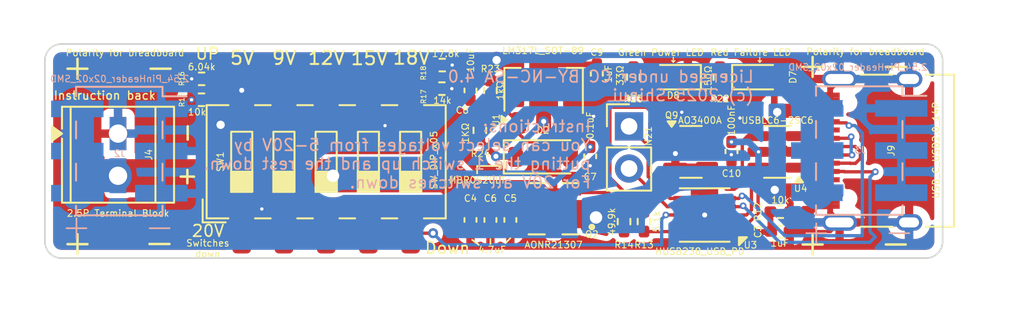
<source format=kicad_pcb>
(kicad_pcb (version 20241229) (generator "pcbnew") (generator_version "9.0")
  (layers (0 "F.Cu" signal) (2 "B.Cu" signal) (13 "F.Paste" user) (15 "B.Paste" user) (5 "F.SilkS" user "F.Silkscreen") (7 "B.SilkS" user "B.Silkscreen") (1 "F.Mask" user) (3 "B.Mask" user) (25 "Edge.Cuts" user))
  (net 0 "")
  (net 1 "GND")
  (net 2 "Net-(U3-VIN)")
  (net 3 "VCC")
  (net 4 "Net-(D7-K)")
  (net 5 "Net-(D7-A)")
  (net 6 "Net-(D8-A)")
  (net 7 "Net-(J9-CC2)")
  (net 8 "Net-(J9-D--PadA7)")
  (net 9 "Net-(J9-D+-PadA6)")
  (net 10 "Net-(J9-CC1)")
  (net 11 "Net-(Q9-G)")
  (net 12 "Net-(U3-Gate)")
  (net 13 "Net-(R15-Pad2)")
  (net 14 "Net-(R16-Pad2)")
  (net 15 "Net-(R17-Pad2)")
  (net 16 "Net-(R18-Pad2)")
  (net 17 "Net-(U3-VSET)")
  (net 18 "SCL 1")
  (net 19 "SDA 1")
  (net 20 "/USB_M")
  (net 21 "/USB_P")
  (net 23 "Net-(D2-A)")
  (net 24 "Net-(D2-K)")
  (net 25 "Net-(Q9-D)")
  (footprint "Resistor_SMD:R_0402_1005Metric_Pad0.72x0.64mm_HandSolder" (layer "F.Cu") (at 166.8 110.2 90)
    (property "Reference" "R23")
    (property "Value" "1kΩ")
  )
  (footprint "LED_SMD:LED_0603_1608Metric_Pad1.05x0.95mm_HandSolder" (layer "F.Cu") (at 183 109.4)
    (property "Reference" "D7")
    (property "Value" "Red Failure LED")
  )
  (footprint "Resistor_SMD:R_0402_1005Metric_Pad0.72x0.64mm_HandSolder" (layer "F.Cu") (at 174.8375 118.1 -90)
    (property "Reference" "R14")
    (property "Value" "49.9k")
  )
  (footprint "TerminalBlock_TE-Connectivity:TerminalBlock_TE_282834-2_1x02_P2.54mm_Horizontal" (layer "F.Cu") (at 144.4 112.8 -90)
    (property "Reference" "J4")
    (property "Value" "2.5P Terminal Block")
  )
  (footprint "Resistor_SMD:R_0402_1005Metric_Pad0.72x0.64mm_HandSolder" (layer "F.Cu") (at 166.1625 112.6025 90)
    (property "Reference" "R24")
    (property "Value" "1KΩ")
  )
  (footprint "Package_TO_SOT_SMD:SOT-23-6" (layer "F.Cu") (at 184.0625 113.9 180)
    (property "Reference" "U4")
    (property "Value" "USBLC6-2SC6")
  )
  (footprint "LED_SMD:LED_0603_1608Metric_Pad1.05x0.95mm_HandSolder" (layer "F.Cu") (at 177.8 109.4 180)
    (property "Reference" "D8")
    (property "Value" "Green Power LED")
  )
  (footprint "Package_TO_SOT_SMD:SOT-89-3" (layer "F.Cu") (at 170 110.2 90)
    (property "Reference" "U1")
    (property "Value" "LM317L_SOT-89")
  )
  (footprint "Capacitor_SMD:C_0402_1005Metric_Pad0.74x0.62mm_HandSolder" (layer "F.Cu") (at 165.6 110.2 90)
    (property "Reference" "C8")
    (property "Value" "10uF")
  )
  (footprint "Capacitor_SMD:C_0402_1005Metric_Pad0.74x0.62mm_HandSolder" (layer "F.Cu") (at 165.6 117.9975 90)
    (property "Reference" "C4")
    (property "Value" "Cap_4.7uF" (hide yes))
  )
  (footprint "Resistor_SMD:R_0402_1005Metric_Pad0.72x0.64mm_HandSolder" (layer "F.Cu") (at 180.6 109.3975 -90)
    (property "Reference" "R22")
    (property "Value" "150Ω")
  )
  (footprint "Capacitor_SMD:C_0402_1005Metric_Pad0.74x0.62mm_HandSolder" (layer "F.Cu") (at 181.3 113.8675 90)
    (property "Reference" "C10")
    (property "Value" "100nF")
  )
  (footprint "Package_DFN_QFN:DFN-10-1EP_3x3mm_P0.5mm_EP1.55x2.48mm" (layer "F.Cu") (at 179.6875 117.7025 180)
    (property "Reference" "U3")
    (property "Value" "HUSB238_USB_PD")
  )
  (footprint "Capacitor_SMD:C_0402_1005Metric_Pad0.74x0.62mm_HandSolder" (layer "F.Cu") (at 166.8 118.0025 90)
    (property "Reference" "C6")
    (property "Value" "Cap_4.7uF" (hide yes))
  )
  (footprint "Connector_USB:USB_C_Receptacle_XKB_U262-16XN-4BVC11" (layer "F.Cu") (at 190.905 113.83 90)
    (property "Reference" "J9")
    (property "Value" "USB_C_USB2.0_14P")
  )
  (footprint "Resistor_SMD:R_0402_1005Metric_Pad0.72x0.64mm_HandSolder" (layer "F.Cu") (at 149.4275 109.5)
    (property "Reference" "R16")
    (property "Value" "6.04k")
  )
  (footprint "Capacitor_SMD:C_0402_1005Metric_Pad0.74x0.62mm_HandSolder" (layer "F.Cu") (at 184.2375 118.7025 180)
    (property "Reference" "C3")
    (property "Value" "1uF")
  )
  (footprint "Capacitor_SMD:C_0402_1005Metric_Pad0.74x0.62mm_HandSolder" (layer "F.Cu") (at 168 118 90)
    (property "Reference" "C5")
    (property "Value" "4.7uF")
  )
  (footprint "Connector_PinHeader_2.54mm:PinHeader_1x02_P2.54mm_Vertical" (layer "F.Cu") (at 175.1375 112.3625)
    (property "Reference" "N21")
    (property "Value" "Conn_01x02_Pin")
  )
  (footprint "Capacitor_SMD:C_0402_1005Metric_Pad0.74x0.62mm_HandSolder" (layer "F.Cu") (at 172.8 114.1675 90)
    (property "Reference" "C7")
    (property "Value" "0.1uF")
  )
  (footprint "Resistor_SMD:R_0402_1005Metric_Pad0.72x0.64mm_HandSolder" (layer "F.Cu") (at 176.0375 118.1 90)
    (property "Reference" "R13")
    (property "Value" "5.1k")
  )
  (footprint "Button_Switch_SMD:SW_DIP_SPSTx05_Slide_6.7x14.26mm_W8.61mm_P2.54mm_LowProfile" (layer "F.Cu") (at 156.92 114.495 90)
    (property "Reference" "SW1")
    (property "Value" "SW_DIP_x05")
  )
  (footprint "Resistor_SMD:R_0402_1005Metric_Pad0.72x0.64mm_HandSolder" (layer "F.Cu") (at 175.4 109.3975 90)
    (property "Reference" "R25")
    (property "Value" "33Ω")
  )
  (footprint "Diode_SMD:D_SOD-123" (layer "F.Cu") (at 169.9625 114.2)
    (property "Reference" "D2")
    (property "Value" "MBR0520LT")
  )
  (footprint "Package_TO_SOT_SMD:SOT-23" (layer "F.Cu") (at 178.8625 113.9)
    (property "Reference" "Q9")
    (property "Value" "AO3400A")
  )
  (footprint "Capacitor_SMD:C_0402_1005Metric_Pad0.74x0.62mm_HandSolder" (layer "F.Cu") (at 173.2 109.1975 -90)
    (property "Reference" "C9")
    (property "Value" "1uF")
  )
  (footprint "Resistor_SMD:R_0402_1005Metric_Pad0.72x0.64mm_HandSolder" (layer "F.Cu") (at 149.42 110.76)
    (property "Reference" "R15")
    (property "Value" "10k")
  )
  (footprint "AONR21307:TRANS_AONR21307" (layer "F.Cu") (at 170.6 117.325 180)
    (property "Reference" "Q2")
    (property "Value" "AONR21307")
  )
  (footprint "Resistor_SMD:R_0402_1005Metric_Pad0.72x0.64mm_HandSolder" (layer "F.Cu") (at 184.24 117.5025)
    (property "Reference" "R12")
    (property "Value" "10k")
  )
  (footprint "Resistor_SMD:R_0402_1005Metric_Pad0.72x0.64mm_HandSolder" (layer "F.Cu") (at 163.9025 108.67 180)
    (property "Reference" "R18")
    (property "Value" "17.8k")
  )
  (footprint "Resistor_SMD:R_0402_1005Metric_Pad0.72x0.64mm_HandSolder" (layer "F.Cu") (at 163.88 110.09 180)
    (property "Reference" "R17")
    (property "Value" "14k")
  )
  (footprint "Connector_PinHeader_2.54mm:PinHeader_2x03_P2.54mm_Vertical_SMD" (layer "B.Cu") (at 188.985 113.82 180)
    (property "Reference" "J3")
    (property "Value" "2.54_PinHeader_02x02_SMD")
  )
  (footprint "Connector_PinHeader_2.54mm:PinHeader_2x03_P2.54mm_Vertical_SMD" (layer "B.Cu") (at 144.475 113.85 180)
    (property "Reference" "J2")
    (property "Value" "2.54_PinHeader_02x02_SMD")
  )
  (gr_line (start 177.8 108.5) (end 177.7 108.4) (stroke (width 0.07)) (layer "F.SilkS"))
  (gr_line (start 148.17 115.39) (end 148.97 115.39) (stroke (width 0.15)) (layer "F.SilkS"))
  (gr_line (start 166.1 119.5) (end 165.7 119.2) (stroke (width 0.1)) (layer "F.SilkS"))
  (gr_line (start 166 115.2) (end 166 114.75) (stroke (width 0.1)) (layer "F.SilkS"))
  (gr_line (start 146.29 119.45) (end 147.49 119.45) (stroke (width 0.15)) (layer "F.SilkS"))
  (gr_line (start 167.4 114.75) (end 167.3 114.6) (stroke (width 0.1)) (layer "F.SilkS"))
  (gr_line (start 141.96 118.86) (end 141.96 120.06) (stroke (width 0.15)) (layer "F.SilkS"))
  (gr_line (start 183 108.5) (end 182.9 108.4) (stroke (width 0.07)) (layer "F.SilkS"))
  (gr_line (start 167.4 114.75) (end 167.3 114.9) (stroke (width 0.1)) (layer "F.SilkS"))
  (gr_line (start 185.58 108.78) (end 186.78 108.78) (stroke (width 0.15)) (layer "F.SilkS"))
  (gr_line (start 190.58 108.78) (end 191.78 108.78) (stroke (width 0.15)) (layer "F.SilkS"))
  (gr_line (start 148.59 112.36) (end 148.59 113.16) (stroke (width 0.15)) (layer "F.SilkS"))
  (gr_line (start 177.8 108.5) (end 177.9 108.4) (stroke (width 0.07)) (layer "F.SilkS"))
  (gr_line (start 166.8 119.45) (end 166.8 119.15) (stroke (width 0.1)) (layer "F.SilkS"))
  (gr_line (start 186.18 118.88) (end 186.18 120.08) (stroke (width 0.15)) (layer "F.SilkS"))
  (gr_line (start 148.57 114.99) (end 148.57 115.79) (stroke (width 0.15)) (layer "F.SilkS"))
  (gr_line (start 183 108.2) (end 183 108.5) (stroke (width 0.07)) (layer "F.SilkS"))
  (gr_line (start 166 114.75) (end 167.4 114.75) (stroke (width 0.1)) (layer "F.SilkS"))
  (gr_line (start 177.8 108.2) (end 177.8 108.5) (stroke (width 0.07)) (layer "F.SilkS"))
  (gr_line (start 190.58 119.48) (end 191.78 119.48) (stroke (width 0.15)) (layer "F.SilkS"))
  (gr_line (start 185.58 119.48) (end 186.78 119.48) (stroke (width 0.15)) (layer "F.SilkS"))
  (gr_line (start 141.36 108.89) (end 142.56 108.89) (stroke (width 0.15)) (layer "F.SilkS"))
  (gr_line (start 183 108.5) (end 183.1 108.4) (stroke (width 0.07)) (layer "F.SilkS"))
  (gr_line (start 141.96 108.29) (end 141.96 109.49) (stroke (width 0.15)) (layer "F.SilkS"))
  (gr_line (start 141.36 119.46) (end 142.56 119.46) (stroke (width 0.15)) (layer "F.SilkS"))
  (gr_line (start 146.36 108.89) (end 147.56 108.89) (stroke (width 0.15)) (layer "F.SilkS"))
  (gr_line (start 186.18 108.18) (end 186.18 109.38) (stroke (width 0.15)) (layer "F.SilkS"))
  (gr_line (start 167.7 119.4) (end 168 119.1) (stroke (width 0.1)) (layer "F.SilkS"))
  (gr_line (start 190.8 118.8) (end 192 118.8) (stroke (width 0.1)) (layer "B.SilkS"))
  (gr_line (start 141.9 117.9) (end 141.9 119.1) (stroke (width 0.1)) (layer "B.SilkS"))
  (gr_line (start 185.8 118.8) (end 187 118.8) (stroke (width 0.1)) (layer "B.SilkS"))
  (gr_line (start 141.3 118.5) (end 142.5 118.5) (stroke (width 0.1)) (layer "B.SilkS"))
  (gr_line (start 146.3 118.5) (end 147.5 118.5) (stroke (width 0.1)) (layer "B.SilkS"))
  (gr_line (start 186.4 118.2) (end 186.4 119.4) (stroke (width 0.1)) (layer "B.SilkS"))
  (gr_line (start 193 120.3) (end 141 120.3) (stroke (width 0.1)) (layer "Edge.Cuts"))
  (gr_line (start 140 119.3) (end 140.000085 108.4) (stroke (width 0.1)) (layer "Edge.Cuts"))
  (gr_arc (start 193 107.4) (mid 193.707089 107.692896) (end 194 108.4) (stroke (width 0.1)) (layer "Edge.Cuts"))
  (gr_arc (start 141 120.3) (mid 140.292911 120.007104) (end 140 119.3) (stroke (width 0.1)) (layer "Edge.Cuts"))
  (gr_line (start 141 107.4) (end 192.996822 107.4) (stroke (width 0.1)) (layer "Edge.Cuts"))
  (gr_arc (start 194 119.3) (mid 193.707124 120.007139) (end 193 120.3) (stroke (width 0.1)) (layer "Edge.Cuts"))
  (gr_line (start 194 108.4) (end 194 119.3) (stroke (width 0.1)) (layer "Edge.Cuts"))
  (gr_arc (start 140.000084 108.4) (mid 140.29296 107.692861) (end 141.000084 107.4) (stroke (width 0.1)) (layer "Edge.Cuts"))
  (gr_text "9V" (at 154.4 108.24 0) (layer "F.SilkS") (effects (font (size 0.8 0.8) (thickness 0.12))))
  (gr_text "UP" (at 149 108.4 0) (layer "F.SilkS") (effects (font (size 0.7 0.7) (thickness 0.1)) (justify left bottom)))
  (gr_text "5V" (at 151.87 108.24 0) (layer "F.SilkS") (effects (font (size 0.8 0.8) (thickness 0.12))))
  (gr_text "Polarity for breadboard" (at 144.82 107.93 0) (layer "F.SilkS") (effects (font (size 0.4 0.4) (thickness 0.06))))
  (gr_text "18V" (at 162.05 108.23 0) (layer "F.SilkS") (effects (font (size 0.8 0.8) (thickness 0.12))))
  (gr_text "Polarity for breadboard" (at 189.36 107.86 0) (layer "F.SilkS") (effects (font (size 0.4 0.4) (thickness 0.06))))
  (gr_text "15V" (at 159.52 108.26 0) (layer "F.SilkS") (effects (font (size 0.8 0.8) (thickness 0.12))))
  (gr_text "20V" (at 148.78 119.07 0) (layer "F.SilkS") (effects (font (size 0.7 0.7) (thickness 0.1)) (justify left bottom)))
  (gr_text "Switches\ndown\n" (at 149.8 119.72 0) (layer "F.SilkS") (effects (font (size 0.4 0.4) (thickness 0.06))))
  (gr_text "Down" (at 162.8 120.1 0) (layer "F.SilkS") (effects (font (size 0.7 0.7) (thickness 0.1)) (justify left bottom)))
  (gr_text "12V" (at 156.94 108.24 0) (layer "F.SilkS") (effects (font (size 0.8 0.8) (thickness 0.12))))
  (gr_text "Instruction back" (at 143.6 110.5 0) (layer "F.SilkS") (effects (font (size 0.5 0.5) (thickness 0.08))))
  (gr_text "Instructions:\nYou can select voltages from 5-20V by\nputting the 1 switch up and the rest down. \nFor 20V all switches down. \n" (at 172.9 116.15 0) (layer "B.SilkS") (effects (font (size 0.7 0.7) (thickness 0.1)) (justify left bottom mirror)))
  (gr_text "Licensed under CC BY-NC-SA 4.0\n(c) 2025 Shinui\n" (at 182.7 110.9 0) (layer "B.SilkS") (effects (font (size 0.7 0.7) (thickness 0.1)) (justify left bottom mirror)))
  (segment (start 185.2 113.9) (end 184.845532 113.9) (width 0.2) (layer "F.Cu") (net 1))
  (segment (start 183.139468 111.86) (end 181.81 111.86) (width 0.2) (layer "F.Cu") (net 1))
  (segment (start 181.3 114.076259) (end 181.291241 114.0675) (width 0.2) (layer "F.Cu") (net 1))
  (segment (start 177.925 114.000002) (end 177.925 114.85) (width 0.4) (layer "F.Cu") (net 1))
  (segment (start 184.2365 113.290968) (end 184.2365 112.957032) (width 0.2) (layer "F.Cu") (net 1))
  (segment (start 191.98 118.15) (end 187.8 118.15) (width 0.35) (layer "F.Cu") (net 1))
  (segment (start 186.4 117.2) (end 186 117.6) (width 0.35) (layer "F.Cu") (net 1))
  (segment (start 187.235 117.18) (end 187.235 116.906) (width 0.35) (layer "F.Cu") (net 1))
  (segment (start 187.235 110.48) (end 187.235 110.754) (width 0.35) (layer "F.Cu") (net 1))
  (segment (start 184.845532 113.9) (end 184.2365 113.290968) (width 0.2) (layer "F.Cu") (net 1))
  (segment (start 187.8 109.51) (end 191.98 109.51) (width 0.35) (layer "F.Cu") (net 1))
  (segment (start 186.08 110.48) (end 185.8 110.2) (width 0.35) (layer "F.Cu") (net 1))
  (segment (start 181.3 114.435) (end 181.3 114.076259) (width 0.2) (layer "F.Cu") (net 1))
  (segment (start 187.235 117.18) (end 187.235 117.585) (width 0.35) (layer "F.Cu") (net 1))
  (segment (start 187.235 110.075) (end 187.8 109.51) (width 0.35) (layer "F.Cu") (net 1))
  (segment (start 187.235 117.585) (end 187.8 118.15) (width 0.35) (layer "F.Cu") (net 1))
  (segment (start 187.235 110.48) (end 186.08 110.48) (width 0.35) (layer "F.Cu") (net 1))
  (segment (start 184.2365 112.957032) (end 183.139468 111.86) (width 0.2) (layer "F.Cu") (net 1))
  (segment (start 187.2475 118.7025) (end 187.8 118.15) (width 0.2) (layer "F.Cu") (net 1))
  (segment (start 187.235 117.18) (end 186.4 117.18) (width 0.35) (layer "F.Cu") (net 1))
  (segment (start 187.235 110.48) (end 187.235 110.075) (width 0.35) (layer "F.Cu") (net 1))
  (segment (start 186.4 117.18) (end 186.4 117.2) (width 0.35) (layer "F.Cu") (net 1))
  (segment (start 179.6875 117.7025) (end 179.6875 116.2725) (width 0.8) (layer "F.Cu") (net 1))
  (segment (start 184.805 118.7025) (end 187.2475 118.7025) (width 0.2) (layer "F.Cu") (net 1))
  (segment (start 179.6875 119.1625) (end 179.6875 117.7025) (width 0.8) (layer "F.Cu") (net 1))
  (segment (start 179.6875 116.2725) (end 179.69 116.27) (width 0.8) (layer "F.Cu") (net 1))
  (segment (start 179.6875 119.1625) (end 179.68 119.17) (width 0.8) (layer "F.Cu") (net 1))
  (via (at 164.5 108.67) (size 0.4) (drill 0.2) (layers "F.Cu" "B.Cu") (net 1))
  (via (at 164.4775 110.09) (size 0.4) (drill 0.2) (layers "F.Cu" "B.Cu") (net 1))
  (via (at 177.925 114.000002) (size 0.6) (drill 0.3) (layers "F.Cu" "B.Cu") (net 1))
  (via (at 181.291241 114.0675) (size 0.4) (drill 0.2) (layers "F.Cu" "B.Cu") (net 1))
  (via (at 173.01 111.76) (size 0.4) (drill 0.2) (layers "F.Cu" "B.Cu") (net 1))
  (via (at 153.05 117.34) (size 0.4) (drill 0.2) (layers "F.Cu" "B.Cu") (net 1))
  (via (at 148.8225 110.76) (size 0.4) (drill 0.2) (layers "F.Cu" "B.Cu") (net 1))
  (via (at 178.31 111.51) (size 0.4) (drill 0.2) (layers "F.Cu" "B.Cu") (net 1))
  (via (at 181.81 111.86) (size 0.4) (drill 0.2) (layers "F.Cu" "B.Cu") (net 1))
  (via (at 167.17 108.37) (size 1) (drill 0.5) (layers "F.Cu" "B.Cu") (net 1))
  (via (at 172.8 114.735) (size 0.4) (drill 0.2) (layers "F.Cu" "B.Cu") (net 1))
  (via (at 160.46 112.32) (size 0.4) (drill 0.2) (layers "F.Cu" "B.Cu") (net 1))
  (via (at 179.6875 117.7025) (size 0.6) (drill 0.3) (layers "F.Cu" "B.Cu") (net 1))
  (via (at 148.83 109.5) (size 0.4) (drill 0.2) (layers "F.Cu" "B.Cu") (net 1))
  (via (at 150.57 112.27) (size 1) (drill 0.5) (layers "F.Cu" "B.Cu") (net 1))
  (via (at 151.84 110.19) (size 0.6) (drill 0.3) (layers "F.Cu" "B.Cu") (net 1))
  (segment (start 191.51 111.28) (end 191.51 116.36) (width 0.4) (layer "B.Cu") (net 1))
  (segment (start 183.6425 117.5025) (end 183.6425 118.675) (width 0.35) (layer "F.Cu") (net 2))
  (segment (start 183.6425 118.675) (end 183.67 118.7025) (width 0.35) (layer "F.Cu") (net 2))
  (segment (start 183.67 118.7025) (end 183.644 118.7285) (width 0.35) (layer "F.Cu") (net 2))
  (segment (start 183.644 118.7285) (end 181.2375 118.7285) (width 0.35) (layer "F.Cu") (net 2))
  (segment (start 166.8 117.435) (end 166.8 116.65) (width 0.35) (layer "F.Cu") (net 3))
  (segment (start 166.8 116.65) (end 166.75 116.6) (width 0.35) (layer "F.Cu") (net 3))
  (segment (start 170.1 117.325) (end 169.375 116.6) (width 2) (layer "F.Cu") (net 3))
  (segment (start 169.375 116.6) (end 167.85 116.6) (width 2) (layer "F.Cu") (net 3))
  (segment (start 168 116.75) (end 167.85 116.6) (width 0.35) (layer "F.Cu") (net 3))
  (segment (start 157.33 115.34) (end 144.4 115.34) (width 2) (layer "F.Cu") (net 3))
  (segment (start 162.16 115.34) (end 157.33 115.34) (width 2) (layer "F.Cu") (net 3))
  (segment (start 165.6 116.7) (end 165.5 116.6) (width 0.35) (layer "F.Cu") (net 3))
  (segment (start 164.24 115.34) (end 162.16 115.34) (width 2) (layer "F.Cu") (net 3))
  (segment (start 167.85 116.6) (end 166.75 116.6) (width 2) (layer "F.Cu") (net 3))
  (segment (start 168 117.4325) (end 168 116.75) (width 0.35) (layer "F.Cu") (net 3))
  (segment (start 165.5 116.6) (end 164.24 115.34) (width 2) (layer "F.Cu") (net 3))
  (segment (start 172.8 113.6) (end 172.8 113.45) (width 0.35) (layer "F.Cu") (net 3))
  (segment (start 166.75 116.6) (end 165.5 116.6) (width 2) (layer "F.Cu") (net 3))
  (segment (start 165.6 117.43) (end 165.6 116.7) (width 0.35) (layer "F.Cu") (net 3))
  (segment (start 172.8 113.45) (end 171.5 112.15) (width 0.35) (layer "F.Cu") (net 3))
  (via (at 157.33 115.34) (size 1.5) (drill 0.75) (layers "F.Cu" "B.Cu") (net 3))
  (via (at 172.8 113.6) (size 0.4) (drill 0.2) (layers "F.Cu" "B.Cu") (net 3))
  (segment (start 173.23 109.55) (end 184.73 109.55) (width 2) (layer "B.Cu") (net 3))
  (segment (start 169.99 115.19) (end 163.65 115.19) (width 0.35) (layer "B.Cu") (net 3))
  (segment (start 157.33 115.34) (end 157.48 115.19) (width 2) (layer "B.Cu") (net 3))
  (segment (start 172.93 109.85) (end 173.23 109.55) (width 2) (layer "B.Cu") (net 3))
  (segment (start 141.95 111.31) (end 141.95 115.33) (width 2) (layer "B.Cu") (net 3))
  (segment (start 184.73 109.55) (end 186.46 111.28) (width 2) (layer "B.Cu") (net 3))
  (segment (start 170.6 115.8) (end 172.8 113.6) (width 0.35) (layer "B.Cu") (net 3))
  (segment (start 141.95 115.33) (end 141.95 116.39) (width 2) (layer "B.Cu") (net 3))
  (segment (start 141.95 115.33) (end 144.224 115.33) (width 2) (layer "B.Cu") (net 3))
  (segment (start 157.48 115.19) (end 163.65 115.19) (width 2) (layer "B.Cu") (net 3))
  (segment (start 144.224 115.33) (end 144.224 115.34) (width 2) (layer "B.Cu") (net 3))
  (segment (start 170.6 115.8) (end 169.99 115.19) (width 0.35) (layer "B.Cu") (net 3))
  (segment (start 163.65 115.19) (end 163.65 114.47) (width 2) (layer "B.Cu") (net 3))
  (segment (start 163.65 114.47) (end 168.27 109.85) (width 2) (layer "B.Cu") (net 3))
  (segment (start 168.27 109.85) (end 172.93 109.85) (width 2) (layer "B.Cu") (net 3))
  (segment (start 186.46 111.28) (end 186.46 116.36) (width 2) (layer "B.Cu") (net 3))
  (segment (start 180.6 108.8) (end 181.525 108.8) (width 0.4) (layer "F.Cu") (net 4))
  (segment (start 181.525 108.8) (end 182.125 109.4) (width 0.4) (layer "F.Cu") (net 4))
  (segment (start 183.9 116.19) (end 184.025 116.19) (width 0.4) (layer "F.Cu") (net 5))
  (segment (start 173.99 117.85) (end 174.8375 118.6975) (width 0.4) (layer "F.Cu") (net 5))
  (segment (start 172 118.3) (end 172.7 118.3) (width 0.4) (layer "F.Cu") (net 5))
  (segment (start 172.3 117) (end 173.15 117.85) (width 0.4) (layer "F.Cu") (net 5))
  (segment (start 184.8375 117.0025) (end 184.8375 117.5025) (width 0.4) (layer "F.Cu") (net 5))
  (segment (start 184.025 116.19) (end 184.8375 117.0025) (width 0.4) (layer "F.Cu") (net 5))
  (segment (start 172.95 117.65) (end 173.15 117.85) (width 0.4) (layer "F.Cu") (net 5))
  (segment (start 172 117.65) (end 172.95 117.65) (width 0.4) (layer "F.Cu") (net 5))
  (segment (start 172 117) (end 172.3 117) (width 0.4) (layer "F.Cu") (net 5))
  (segment (start 183.875 109.4) (end 183.875 111.325) (width 0.4) (layer "F.Cu") (net 5))
  (segment (start 183.875 111.325) (end 184.05 111.5) (width 0.4) (layer "F.Cu") (net 5))
  (segment (start 173.15 117.85) (end 173.99 117.85) (width 0.4) (layer "F.Cu") (net 5))
  (segment (start 172.7 118.3) (end 173.15 117.85) (width 0.4) (layer "F.Cu") (net 5))
  (via (at 182.925 113.9) (size 0.4) (drill 0.2) (layers "F.Cu" "B.Cu") (net 5))
  (via (at 181.3 113.3) (size 0.4) (drill 0.2) (layers "F.Cu" "B.Cu") (net 5))
  (via (at 173.15 117.85) (size 1.5) (drill 0.75) (layers "F.Cu" "B.Cu") (net 5))
  (via (at 183.9 116.19) (size 1) (drill 0.5) (layers "F.Cu" "B.Cu") (net 5))
  (via (at 184.05 111.5) (size 1) (drill 0.5) (layers "F.Cu" "B.Cu") (net 5))
  (segment (start 183.9 116.19) (end 183.9 116.065) (width 0.4) (layer "B.Cu") (net 5))
  (segment (start 181.3 113.3) (end 182.325 113.3) (width 0.4) (layer "B.Cu") (net 5))
  (segment (start 182.925 115.09) (end 182.925 113.9) (width 0.4) (layer "B.Cu") (net 5))
  (segment (start 182.325 113.3) (end 182.925 113.9) (width 0.4) (layer "B.Cu") (net 5))
  (segment (start 183.9 116.065) (end 182.925 115.09) (width 0.4) (layer "B.Cu") (net 5))
  (segment (start 176.33 109.995) (end 176.925 109.4) (width 0.35) (layer "F.Cu") (net 6))
  (segment (start 175.4 109.995) (end 176.33 109.995) (width 0.35) (layer "F.Cu") (net 6))
  (segment (start 181.7475 116.7025) (end 181.2375 116.7025) (width 0.2) (layer "F.Cu") (net 7))
  (segment (start 187.305 112.15) (end 187.235 112.08) (width 0.2) (layer "F.Cu") (net 7))
  (segment (start 188.365 112.315) (end 188.2 112.15) (width 0.2) (layer "F.Cu") (net 7))
  (segment (start 188.2 112.15) (end 187.305 112.15) (width 0.2) (layer "F.Cu") (net 7))
  (segment (start 181.93374 116.553668) (end 181.896332 116.553668) (width 0.2) (layer "F.Cu") (net 7))
  (segment (start 181.896332 116.553668) (end 181.7475 116.7025) (width 0.2) (layer "F.Cu") (net 7))
  (via (at 188.365 112.315) (size 0.4) (drill 0.2) (layers "F.Cu" "B.Cu") (net 7))
  (via (at 181.93374 116.553668) (size 0.4) (drill 0.2) (layers "F.Cu" "B.Cu") (net 7))
  (segment (start 188.365 112.315) (end 188.725 112.315) (width 0.2) (layer "B.Cu") (net 7))
  (segment (start 189.17 118.95) (end 184.508521 118.95) (width 0.2) (layer "B.Cu") (net 7))
  (segment (start 184.508521 118.95) (end 182.112189 116.553668) (width 0.2) (layer "B.Cu") (net 7))
  (segment (start 182.112189 116.553668) (end 181.93374 116.553668) (width 0.2) (layer "B.Cu") (net 7))
  (segment (start 189.17 112.76) (end 189.17 118.95) (width 0.2) (layer "B.Cu") (net 7))
  (segment (start 188.725 112.315) (end 189.17 112.76) (width 0.2) (layer "B.Cu") (net 7))
  (segment (start 189.051 113.882479) (end 189.051 114.297521) (width 0.2) (layer "F.Cu") (net 8))
  (segment (start 185.2 112.95) (end 185.799999 112.95) (width 0.2) (layer "F.Cu") (net 8))
  (segment (start 186.429999 113.58) (end 187.235 113.58) (width 0.2) (layer "F.Cu") (net 8))
  (segment (start 188.442 114.591) (end 188.431 114.58) (width 0.2) (layer "F.Cu") (net 8))
  (segment (start 188.748521 113.58) (end 189.051 113.882479) (width 0.2) (layer "F.Cu") (net 8))
  (segment (start 187.235 113.58) (end 188.748521 113.58) (width 0.2) (layer "F.Cu") (net 8))
  (segment (start 189.051 114.297521) (end 188.757521 114.591) (width 0.2) (layer "F.Cu") (net 8))
  (segment (start 188.431 114.58) (end 187.235 114.58) (width 0.2) (layer "F.Cu") (net 8))
  (segment (start 185.799999 112.95) (end 186.429999 113.58) (width 0.2) (layer "F.Cu") (net 8))
  (segment (start 188.757521 114.591) (end 188.442 114.591) (width 0.2) (layer "F.Cu") (net 8))
  (segment (start 188.55 114.09) (end 188.013649 114.09) (width 0.2) (layer "F.Cu") (net 9))
  (segment (start 188.5 112.99) (end 188.41 113.08) (width 0.2) (layer "F.Cu") (net 9))
  (segment (start 188.41 113.08) (end 187.235 113.08) (width 0.2) (layer "F.Cu") (net 9))
  (segment (start 188.003649 114.08) (end 187.235 114.08) (width 0.2) (layer "F.Cu") (net 9))
  (segment (start 185.2 114.85) (end 185.799999 114.85) (width 0.2) (layer "F.Cu") (net 9))
  (segment (start 188.013649 114.09) (end 188.003649 114.08) (width 0.2) (layer "F.Cu") (net 9))
  (segment (start 185.799999 114.85) (end 186.569999 114.08) (width 0.2) (layer "F.Cu") (net 9))
  (segment (start 186.569999 114.08) (end 187.235 114.08) (width 0.2) (layer "F.Cu") (net 9))
  (via (at 188.55 114.09) (size 0.4) (drill 0.2) (layers "F.Cu" "B.Cu") (net 9))
  (via (at 188.5 112.99) (size 0.4) (drill 0.2) (layers "F.Cu" "B.Cu") (net 9))
  (segment (start 188.5 114.04) (end 188.55 114.09) (width 0.2) (layer "B.Cu") (net 9))
  (segment (start 188.5 112.99) (end 188.5 114.04) (width 0.2) (layer "B.Cu") (net 9))
  (segment (start 188.1 115.1) (end 188.08 115.08) (width 0.2) (layer "F.Cu") (net 10))
  (segment (start 189.95 115.1) (end 188.1 115.1) (width 0.2) (layer "F.Cu") (net 10))
  (segment (start 182 117.15) (end 181.9475 117.2025) (width 0.2) (layer "F.Cu") (net 10))
  (segment (start 181.9475 117.2025) (end 181.2375 117.2025) (width 0.2) (layer "F.Cu") (net 10))
  (segment (start 188.08 115.08) (end 187.235 115.08) (width 0.2) (layer "F.Cu") (net 10))
  (via (at 182 117.15) (size 0.4) (drill 0.2) (layers "F.Cu" "B.Cu") (net 10))
  (via (at 189.95 115.1) (size 0.4) (drill 0.2) (layers "F.Cu" "B.Cu") (net 10))
  (segment (start 189.95 115.1) (end 189.634 115.416) (width 0.2) (layer "B.Cu") (net 10))
  (segment (start 189.95 119.0171) (end 189.6161 119.351) (width 0.2) (layer "B.Cu") (net 10))
  (segment (start 189.634 115.416) (end 189.634 118.7011) (width 0.2) (layer "B.Cu") (net 10))
  (segment (start 189.6161 119.351) (end 184.201 119.351) (width 0.2) (layer "B.Cu") (net 10))
  (segment (start 189.634 118.7011) (end 189.95 119.0171) (width 0.2) (layer "B.Cu") (net 10))
  (segment (start 184.201 119.351) (end 182 117.15) (width 0.2) (layer "B.Cu") (net 10))
  (segment (start 176.1865 111.2115) (end 173.9865 111.2115) (width 0.2) (layer "F.Cu") (net 11))
  (segment (start 173.9865 111.2115) (end 173.9865 115.4515) (width 0.2) (layer "F.Cu") (net 11))
  (segment (start 177.925 112.95) (end 176.1865 111.2115) (width 0.2) (layer "F.Cu") (net 11))
  (segment (start 174.8375 117.2875) (end 173.9 116.35) (width 0.2) (layer "F.Cu") (net 11))
  (segment (start 173.9865 115.4515) (end 176.0375 117.5025) (width 0.2) (layer "F.Cu") (net 11))
  (segment (start 173.9 116.35) (end 172 116.35) (width 0.2) (layer "F.Cu") (net 11))
  (segment (start 174.8375 117.5025) (end 174.8375 117.2875) (width 0.2) (layer "F.Cu") (net 11))
  (segment (start 176.0375 117.5025) (end 174.8375 117.5025) (width 0.2) (layer "F.Cu") (net 11))
  (segment (start 176.0425 118.7025) (end 176.0375 118.6975) (width 0.2) (layer "F.Cu") (net 12))
  (segment (start 178.1375 118.7025) (end 176.0425 118.7025) (width 0.2) (layer "F.Cu") (net 12))
  (segment (start 178.135 117.7) (end 178.1375 117.7025) (width 0.2) (layer "F.Cu") (net 17))
  (segment (start 163.35 118.8) (end 151.84 118.8) (width 0.2) (layer "F.Cu") (net 17))
  (segment (start 177.35 117.7) (end 178.135 117.7) (width 0.2) (layer "F.Cu") (net 17))
  (via (at 177.35 117.7) (size 0.4) (drill 0.2) (layers "F.Cu" "B.Cu") (net 17))
  (via (at 163.35 118.8) (size 0.6) (drill 0.3) (layers "F.Cu" "B.Cu") (net 17))
  (segment (start 177.1 119.5) (end 164.05 119.5) (width 0.2) (layer "B.Cu") (net 17))
  (segment (start 164.05 119.5) (end 163.35 118.8) (width 0.2) (layer "B.Cu") (net 17))
  (segment (start 177.1 117.95) (end 177.1 119.5) (width 0.2) (layer "B.Cu") (net 17))
  (segment (start 177.35 117.7) (end 177.1 117.95) (width 0.2) (layer "B.Cu") (net 17))
  (segment (start 178.1375 117.2025) (end 177.4375 117.2025) (width 0.2) (layer "F.Cu") (net 18))
  (segment (start 177.4375 117.2025) (end 175.1375 114.9025) (width 0.2) (layer "F.Cu") (net 18))
  (segment (start 176.2885 113.5135) (end 175.1375 112.3625) (width 0.2) (layer "F.Cu") (net 19))
  (segment (start 177.6025 116.7025) (end 176.2885 115.3885) (width 0.2) (layer "F.Cu") (net 19))
  (segment (start 178.1375 116.7025) (end 177.6025 116.7025) (width 0.2) (layer "F.Cu") (net 19))
  (segment (start 176.2885 115.3885) (end 176.2885 113.5135) (width 0.2) (layer "F.Cu") (net 19))
  (segment (start 181.95 115.25) (end 181.95 113.262501) (width 0.2) (layer "F.Cu") (net 20))
  (segment (start 182.1975 117.7025) (end 182.5 117.4) (width 0.2) (layer "F.Cu") (net 20))
  (segment (start 181.2375 117.7025) (end 182.1975 117.7025) (width 0.2) (layer "F.Cu") (net 20))
  (segment (start 182.5 117.4) (end 182.5 115.8) (width 0.2) (layer "F.Cu") (net 20))
  (segment (start 182.5 115.8) (end 181.95 115.25) (width 0.2) (layer "F.Cu") (net 20))
  (segment (start 181.95 113.262501) (end 182.262501 112.95) (width 0.2) (layer "F.Cu") (net 20))
  (segment (start 182.262501 112.95) (end 182.925 112.95) (width 0.2) (layer "F.Cu") (net 20))
  (segment (start 182.9 117.6) (end 182.2975 118.2025) (width 0.2) (layer "F.Cu") (net 21))
  (segment (start 182.9 115.15) (end 182.9 117.6) (width 0.2) (layer "F.Cu") (net 21))
  (segment (start 182.2975 118.2025) (end 181.2375 118.2025) (width 0.2) (layer "F.Cu") (net 21))
  (segment (start 170.7 114.2) (end 169.8 113.3) (width 0.2) (layer "F.Cu") (net 23))
  (segment (start 167.1475 110.7975) (end 168.5 112.15) (width 0.2) (layer "F.Cu") (net 23))
  (segment (start 171.6125 114.2) (end 170.7 114.2) (width 0.2) (layer "F.Cu") (net 23))
  (segment (start 165.6 110.7675) (end 165.6 110.8725) (width 0.2) (layer "F.Cu") (net 23))
  (segment (start 168.5 112.8) (end 168.5 112.15) (width 0.2) (layer "F.Cu") (net 23))
  (segment (start 166.1625 112.005) (end 166.1625 111.435) (width 0.2) (layer "F.Cu") (net 23))
  (segment (start 166.1625 111.435) (end 166.8 110.7975) (width 0.2) (layer "F.Cu") (net 23))
  (segment (start 169 113.3) (end 168.5 112.8) (width 0.2) (layer "F.Cu") (net 23))
  (segment (start 169.8 113.3) (end 169 113.3) (width 0.2) (layer "F.Cu") (net 23))
  (segment (start 165.6 110.8725) (end 166.1625 111.435) (width 0.2) (layer "F.Cu") (net 23))
  (segment (start 166.8 110.7975) (end 167.1475 110.7975) (width 0.2) (layer "F.Cu") (net 23))
  (segment (start 168.3125 114.2) (end 167.1625 114.2) (width 0.35) (layer "F.Cu") (net 24))
  (segment (start 173.37 108.8) (end 173.2 108.63) (width 0.35) (layer "F.Cu") (net 24))
  (segment (start 170 109.2) (end 170.57 108.63) (width 0.35) (layer "F.Cu") (net 24))
  (segment (start 175.4 108.8) (end 173.37 108.8) (width 0.35) (layer "F.Cu") (net 24))
  (segment (start 166.1625 113.2) (end 167.13125 114.16875) (width 0.35) (layer "F.Cu") (net 24))
  (segment (start 170 112.0625) (end 170 109.2) (width 0.35) (layer "F.Cu") (net 24))
  (segment (start 170.57 108.63) (end 173.2 108.63) (width 0.35) (layer "F.Cu") (net 24))
  (segment (start 167.1625 114.2) (end 167.13125 114.16875) (width 0.35) (layer "F.Cu") (net 24))
  (via (at 167.13125 114.16875) (size 0.6) (drill 0.3) (layers "F.Cu" "B.Cu") (net 24))
  (via (at 170 112.0625) (size 0.6) (drill 0.3) (layers "F.Cu" "B.Cu") (net 24))
  (segment (start 167.89375 114.16875) (end 167.13125 114.16875) (width 0.35) (layer "B.Cu") (net 24))
  (segment (start 170 112.0625) (end 167.89375 114.16875) (width 0.35) (layer "B.Cu") (net 24))
  (segment (start 180.6 111.5) (end 179.8 112.3) (width 0.35) (layer "F.Cu") (net 25))
  (segment (start 179.8 112.3) (end 179.8 113.9) (width 0.35) (layer "F.Cu") (net 25))
  (segment (start 180.6 109.995) (end 180.6 111.5) (width 0.35) (layer "F.Cu") (net 25))
  (zone (net 5) (net_name "Net-(D7-A)") (layer "F.Cu") (priority 1) (connect_pads (clearance 0.5)) (min_thickness 0.25) (fill yes (thermal_gap 0.5) (thermal_bridge_width 0.5))
    (polygon (pts (xy 187.95 115.8) (xy 187.95 116.65) (xy 183.52 116.65) (xy 183.52 115.8)))
  )
  (zone (net 1) (net_name "GND") (layer "F.Cu") (priority 6) (connect_pads no (clearance 0)) (min_thickness 0.25) (fill yes (thermal_gap 0.5) (thermal_bridge_width 0.5))
    (polygon (pts (xy 178.85 116.55) (xy 178.85 115.95) (xy 180.5 115.95) (xy 180.5 116.55)))
  )
  (zone (net 5) (net_name "Net-(D7-A)") (layer "F.Cu") (priority 2) (connect_pads (clearance 0.5)) (min_thickness 0.25) (fill yes (thermal_gap 0.5) (thermal_bridge_width 0.5))
    (polygon (pts (xy 187.85 111) (xy 187.85 111.85) (xy 183.55 111.85) (xy 183.55 111)))
  )
  (zone (net 5) (net_name "Net-(D7-A)") (layer "F.Cu") (priority 4) (connect_pads no (clearance 0)) (min_thickness 0.25) (fill yes (thermal_gap 0.5) (thermal_bridge_width 0.5))
    (polygon (pts (xy 171.65 116.8) (xy 171.65 118.5) (xy 173.9 119) (xy 173.9 116.8)))
  )
  (zone (net 1) (net_name "GND") (layer "F.Cu") (priority 5) (connect_pads no (clearance 0)) (min_thickness 0.25) (fill yes (thermal_gap 0.5) (thermal_bridge_width 0.5) (island_removal_mode 1) (island_area_min 10))
    (polygon (pts (xy 178.85 116.55) (xy 178.9 119.55) (xy 180.5 119.55) (xy 180.5 116.55)))
  )
  (zone (net 1) (net_name "GND") (layers "F.Cu" "B.Cu") (connect_pads (clearance 0.3)) (min_thickness 0.25) (fill yes (thermal_gap 0.5) (thermal_bridge_width 0.5))
    (polygon (pts (xy 137.3 104.75) (xy 137.45 121.65) (xy 198.9 122.1) (xy 196.65 105.15)))
  )
  (zone (net 5) (net_name "Net-(D7-A)") (layer "B.Cu") (priority 3) (connect_pads no (clearance 0)) (min_thickness 0.25) (fill yes (thermal_gap 0.5) (thermal_bridge_width 0.5))
    (polygon (pts (xy 183.53 110.99) (xy 184.57 110.98) (xy 184.58 117.02) (xy 183.55 117.05) (xy 182.35 116.05) (xy 178.224943 116.25) (xy 176.94 117.01) (xy 176.1 117.96) (xy 176.09 118.79) (xy 172.32 118.82) (xy 172.29 116.69) (xy 175.1 116.15) (xy 176.05 115.9) (xy 176.85 114.75) (xy 182.95 114.75) (xy 183.525 114.75)))
  )
)
</source>
